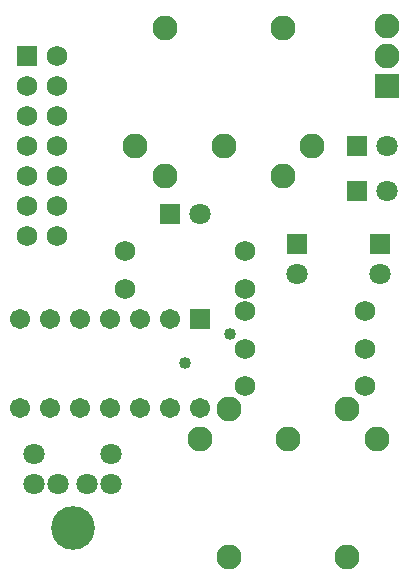
<source format=gbr>
G04 DipTrace 2.4.0.2*
%INBottomMask.gbr*%
%MOIN*%
%ADD26C,0.04*%
%ADD37C,0.0828*%
%ADD39R,0.0828X0.0828*%
%ADD41C,0.068*%
%ADD43C,0.0671*%
%ADD45R,0.0671X0.0671*%
%ADD47C,0.068*%
%ADD49R,0.068X0.068*%
%ADD51C,0.1458*%
%ADD53C,0.071*%
%ADD55C,0.0828*%
%ADD57R,0.071X0.071*%
%ADD59C,0.071*%
%FSLAX44Y44*%
G04*
G70*
G90*
G75*
G01*
%LNBotMask*%
%LPD*%
D26*
X10680Y11695D3*
X12190Y12690D3*
D59*
X11190Y16690D3*
D57*
X10190D3*
X14440Y15690D3*
D59*
Y14690D3*
D57*
X17190Y15690D3*
D59*
Y14690D3*
X17440Y17440D3*
D57*
X16440D3*
D59*
X17440Y18940D3*
D57*
X16440D3*
D55*
X11190Y9190D3*
X14143D3*
X17096D3*
X12174Y10174D3*
X16111D3*
X12174Y5253D3*
X16111D3*
X14940Y18940D3*
X11987D3*
X9034D3*
X13956Y17956D3*
X10019D3*
X13956Y22877D3*
X10019D3*
D53*
X7440Y7690D3*
X6456D3*
X8227D3*
X5668D3*
X8227Y8674D3*
X5668D3*
D51*
X6948Y6214D3*
D49*
X5440Y21940D3*
D47*
Y20940D3*
Y19940D3*
Y18940D3*
Y17940D3*
Y16940D3*
Y15940D3*
X6440D3*
Y16940D3*
Y17940D3*
Y18940D3*
Y19940D3*
Y20940D3*
Y21940D3*
D45*
X11190Y13190D3*
D43*
X10190D3*
X9190D3*
X8190D3*
X7190D3*
X6190D3*
X5190D3*
Y10198D3*
X6190D3*
X7190D3*
X8190D3*
X9190D3*
X10190D3*
X11190D3*
D47*
X8690Y15440D3*
D41*
X12690D3*
D47*
X8690Y14190D3*
D41*
X12690D3*
D47*
Y13440D3*
D41*
X16690D3*
D47*
X12690Y12190D3*
D41*
X16690D3*
D47*
X12690Y10940D3*
D41*
X16690D3*
D39*
X17440Y20940D3*
D37*
Y21940D3*
Y22940D3*
M02*

</source>
